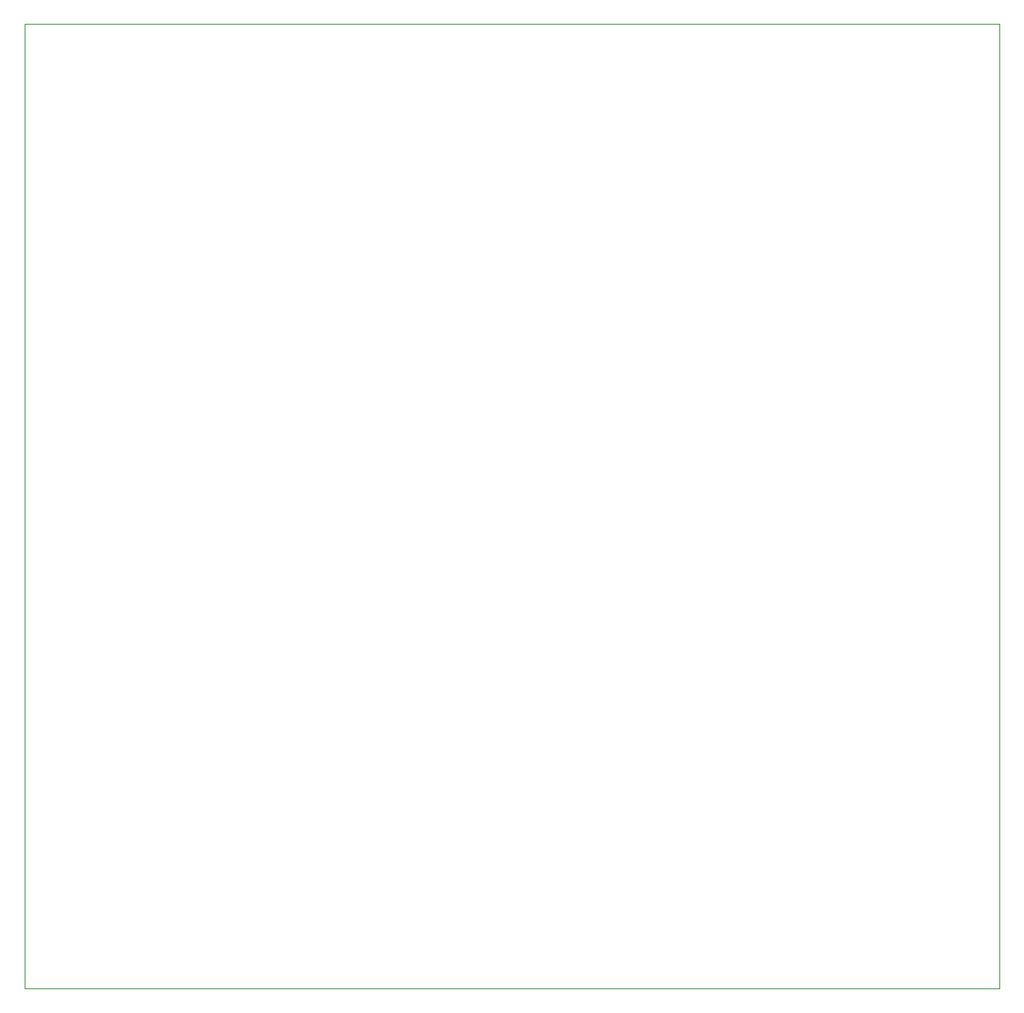
<source format=gbr>
%TF.GenerationSoftware,KiCad,Pcbnew,8.0.4*%
%TF.CreationDate,2024-11-13T14:24:47-06:00*%
%TF.ProjectId,wearablesystem,77656172-6162-46c6-9573-797374656d2e,rev?*%
%TF.SameCoordinates,Original*%
%TF.FileFunction,Profile,NP*%
%FSLAX46Y46*%
G04 Gerber Fmt 4.6, Leading zero omitted, Abs format (unit mm)*
G04 Created by KiCad (PCBNEW 8.0.4) date 2024-11-13 14:24:47*
%MOMM*%
%LPD*%
G01*
G04 APERTURE LIST*
%TA.AperFunction,Profile*%
%ADD10C,0.050000*%
%TD*%
G04 APERTURE END LIST*
D10*
X24000000Y-19500000D02*
X124500000Y-19500000D01*
X124500000Y-119000000D01*
X24000000Y-119000000D01*
X24000000Y-19500000D01*
M02*

</source>
